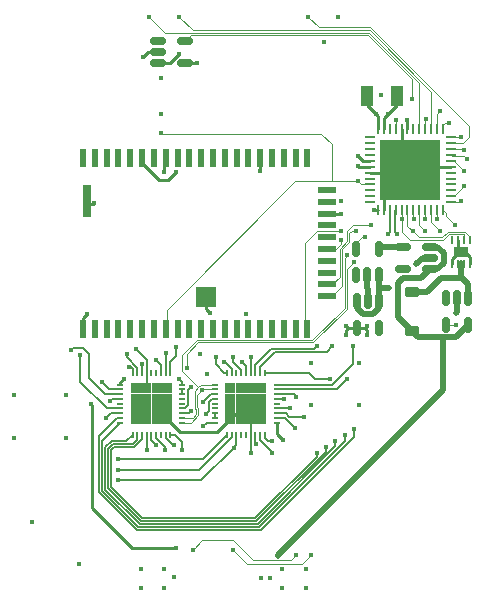
<source format=gbr>
%TF.GenerationSoftware,KiCad,Pcbnew,(7.0.0)*%
%TF.CreationDate,2023-05-27T11:20:30+01:00*%
%TF.ProjectId,left_main,6c656674-5f6d-4616-996e-2e6b69636164,rev?*%
%TF.SameCoordinates,Original*%
%TF.FileFunction,Copper,L4,Bot*%
%TF.FilePolarity,Positive*%
%FSLAX46Y46*%
G04 Gerber Fmt 4.6, Leading zero omitted, Abs format (unit mm)*
G04 Created by KiCad (PCBNEW (7.0.0)) date 2023-05-27 11:20:30*
%MOMM*%
%LPD*%
G01*
G04 APERTURE LIST*
G04 Aperture macros list*
%AMRoundRect*
0 Rectangle with rounded corners*
0 $1 Rounding radius*
0 $2 $3 $4 $5 $6 $7 $8 $9 X,Y pos of 4 corners*
0 Add a 4 corners polygon primitive as box body*
4,1,4,$2,$3,$4,$5,$6,$7,$8,$9,$2,$3,0*
0 Add four circle primitives for the rounded corners*
1,1,$1+$1,$2,$3*
1,1,$1+$1,$4,$5*
1,1,$1+$1,$6,$7*
1,1,$1+$1,$8,$9*
0 Add four rect primitives between the rounded corners*
20,1,$1+$1,$2,$3,$4,$5,0*
20,1,$1+$1,$4,$5,$6,$7,0*
20,1,$1+$1,$6,$7,$8,$9,0*
20,1,$1+$1,$8,$9,$2,$3,0*%
G04 Aperture macros list end*
%TA.AperFunction,SMDPad,CuDef*%
%ADD10R,0.600000X1.500000*%
%TD*%
%TA.AperFunction,SMDPad,CuDef*%
%ADD11R,1.500000X0.600000*%
%TD*%
%TA.AperFunction,SMDPad,CuDef*%
%ADD12R,0.760000X2.790000*%
%TD*%
%TA.AperFunction,SMDPad,CuDef*%
%ADD13R,1.780000X1.780000*%
%TD*%
%TA.AperFunction,SMDPad,CuDef*%
%ADD14O,0.650000X0.200000*%
%TD*%
%TA.AperFunction,SMDPad,CuDef*%
%ADD15O,0.200000X0.650000*%
%TD*%
%TA.AperFunction,SMDPad,CuDef*%
%ADD16R,0.875000X0.875000*%
%TD*%
%TA.AperFunction,SMDPad,CuDef*%
%ADD17R,1.000000X1.800000*%
%TD*%
%TA.AperFunction,SMDPad,CuDef*%
%ADD18RoundRect,0.062500X-0.062500X0.375000X-0.062500X-0.375000X0.062500X-0.375000X0.062500X0.375000X0*%
%TD*%
%TA.AperFunction,SMDPad,CuDef*%
%ADD19RoundRect,0.062500X-0.375000X0.062500X-0.375000X-0.062500X0.375000X-0.062500X0.375000X0.062500X0*%
%TD*%
%TA.AperFunction,SMDPad,CuDef*%
%ADD20R,5.100000X5.100000*%
%TD*%
%TA.AperFunction,SMDPad,CuDef*%
%ADD21RoundRect,0.225000X0.375000X-0.225000X0.375000X0.225000X-0.375000X0.225000X-0.375000X-0.225000X0*%
%TD*%
%TA.AperFunction,SMDPad,CuDef*%
%ADD22RoundRect,0.150000X-0.150000X0.512500X-0.150000X-0.512500X0.150000X-0.512500X0.150000X0.512500X0*%
%TD*%
%TA.AperFunction,SMDPad,CuDef*%
%ADD23RoundRect,0.150000X0.150000X-0.512500X0.150000X0.512500X-0.150000X0.512500X-0.150000X-0.512500X0*%
%TD*%
%TA.AperFunction,SMDPad,CuDef*%
%ADD24RoundRect,0.150000X-0.512500X-0.150000X0.512500X-0.150000X0.512500X0.150000X-0.512500X0.150000X0*%
%TD*%
%TA.AperFunction,SMDPad,CuDef*%
%ADD25R,0.254000X0.711200*%
%TD*%
%TA.AperFunction,SMDPad,CuDef*%
%ADD26R,1.295400X0.889000*%
%TD*%
%TA.AperFunction,SMDPad,CuDef*%
%ADD27RoundRect,0.150000X0.512500X0.150000X-0.512500X0.150000X-0.512500X-0.150000X0.512500X-0.150000X0*%
%TD*%
%TA.AperFunction,ViaPad*%
%ADD28C,0.450000*%
%TD*%
%TA.AperFunction,Conductor*%
%ADD29C,0.500000*%
%TD*%
%TA.AperFunction,Conductor*%
%ADD30C,0.250000*%
%TD*%
%TA.AperFunction,Conductor*%
%ADD31C,0.150000*%
%TD*%
%TA.AperFunction,Conductor*%
%ADD32C,0.100000*%
%TD*%
%TA.AperFunction,Conductor*%
%ADD33C,0.127000*%
%TD*%
%TA.AperFunction,Conductor*%
%ADD34C,0.200000*%
%TD*%
G04 APERTURE END LIST*
D10*
%TO.P,U1,1,DR1*%
%TO.N,/DR1*%
X56129999Y-41759999D03*
%TO.P,U1,2,RFS1*%
%TO.N,/RFS1*%
X57129999Y-41759999D03*
%TO.P,U1,3,SCLK1*%
%TO.N,/SCLK1*%
X58129999Y-41759999D03*
%TO.P,U1,4,DT1*%
%TO.N,/DT1*%
X59129999Y-41759999D03*
%TO.P,U1,5,MCLK1*%
%TO.N,/MCLK1*%
X60129999Y-41759999D03*
%TO.P,U1,6,AOHPR*%
%TO.N,/AOHPR*%
X61129999Y-41759999D03*
%TO.P,U1,7,AOHPM*%
%TO.N,/AOHPM*%
X62129999Y-41759999D03*
%TO.P,U1,8,AOHPL*%
%TO.N,/AOHPL*%
X63129999Y-41759999D03*
%TO.P,U1,9,MICN2*%
%TO.N,/MICN2*%
X64129999Y-41759999D03*
%TO.P,U1,10,MICP2*%
%TO.N,/MICP2*%
X65129999Y-41759999D03*
%TO.P,U1,11,AIR*%
%TO.N,/AIR*%
X66129999Y-41759999D03*
%TO.P,U1,12,AIL*%
%TO.N,/AIL*%
X67129999Y-41759999D03*
%TO.P,U1,13,MICN1*%
%TO.N,/MICN1*%
X68129999Y-41759999D03*
%TO.P,U1,14,MICP1*%
%TO.N,/MICP1*%
X69129999Y-41759999D03*
%TO.P,U1,15,MICBIAS*%
%TO.N,/MICBIAS*%
X70129999Y-41759999D03*
%TO.P,U1,16,GND*%
%TO.N,GND*%
X71129999Y-41759999D03*
%TO.P,U1,17,DMIC1_CLK*%
%TO.N,/DMIC1_CLK*%
X72129999Y-41759999D03*
%TO.P,U1,18,DMIC1_R*%
%TO.N,/DMIC1_R*%
X73129999Y-41759999D03*
%TO.P,U1,19,DMIC1_L*%
%TO.N,/DMIC1_L*%
X74129999Y-41759999D03*
%TO.P,U1,20,P3_2*%
%TO.N,/P3_2*%
X75129999Y-41759999D03*
D11*
%TO.P,U1,21,P2_6*%
%TO.N,/P2_6*%
X76779999Y-44509999D03*
%TO.P,U1,22,ADAP_IN*%
%TO.N,/ADAP_IN*%
X76779999Y-45509999D03*
%TO.P,U1,23,BAT_IN*%
%TO.N,+3V3*%
X76779999Y-46509999D03*
%TO.P,U1,24,SYS_PWR*%
%TO.N,/SYS_PWR*%
X76779999Y-47509999D03*
%TO.P,U1,25,VDD_IO*%
%TO.N,/VDD_IO*%
X76779999Y-48509999D03*
%TO.P,U1,26,PWR(MFB)*%
%TO.N,/D4*%
X76779999Y-49509999D03*
%TO.P,U1,27,SK1_AMB_DET*%
%TO.N,/SK1_AMB_DET*%
X76779999Y-50509999D03*
%TO.P,U1,28,SK2_KEY_AD*%
%TO.N,/SK2_KEY_AD*%
X76779999Y-51509999D03*
%TO.P,U1,29,P8_6/UART_RXD*%
%TO.N,/BM83_UART_RX*%
X76779999Y-52509999D03*
%TO.P,U1,30,P8_5/UART_TXD*%
%TO.N,/BM83_UART_TX*%
X76779999Y-53509999D03*
D10*
%TO.P,U1,31,P3_4/UART_RTS*%
%TO.N,/BM83_PROG_EN*%
X75129999Y-56259999D03*
%TO.P,U1,32,LED1*%
%TO.N,/LED1*%
X74129999Y-56259999D03*
%TO.P,U1,33,P0_2*%
%TO.N,/P0_2*%
X73129999Y-56259999D03*
%TO.P,U1,34,LED2*%
%TO.N,/LED2*%
X72129999Y-56259999D03*
%TO.P,U1,35,P0_6*%
%TO.N,/P0_6*%
X71129999Y-56259999D03*
%TO.P,U1,36,DM*%
%TO.N,/DN*%
X70129999Y-56259999D03*
%TO.P,U1,37,DP*%
%TO.N,/DP*%
X69129999Y-56259999D03*
%TO.P,U1,38,P0_3*%
%TO.N,/P0_3*%
X68129999Y-56259999D03*
%TO.P,U1,39,P2_7*%
%TO.N,/P2_7*%
X67129999Y-56259999D03*
%TO.P,U1,40,P0_5*%
%TO.N,/P0_5*%
X66129999Y-56259999D03*
%TO.P,U1,41,P1_6/PWM1*%
%TO.N,/P1_6*%
X65129999Y-56259999D03*
%TO.P,U1,42,P2_3*%
%TO.N,/P2_3*%
X64129999Y-56259999D03*
%TO.P,U1,43,RST_N*%
%TO.N,/~{RESET}*%
X63129999Y-56259999D03*
%TO.P,U1,44,P0_1*%
%TO.N,/P0_1*%
X62129999Y-56259999D03*
%TO.P,U1,45,P0_7*%
%TO.N,/P0_7*%
X61129999Y-56259999D03*
%TO.P,U1,46,P1_2/TDI_CPU/SDL*%
%TO.N,/P1_2*%
X60129999Y-56259999D03*
%TO.P,U1,47,P1_3/TCK_CPU/SDA*%
%TO.N,/P1_3*%
X59129999Y-56259999D03*
%TO.P,U1,48,P3_7/UART_CTS*%
%TO.N,/P3_7*%
X58129999Y-56259999D03*
%TO.P,U1,49,P0_0/UART_TX_IND*%
%TO.N,/P0_0*%
X57129999Y-56259999D03*
D12*
%TO.P,U1,50,GND*%
%TO.N,GND*%
X56449999Y-45469999D03*
D13*
X66559999Y-53529999D03*
D10*
X56129999Y-56259999D03*
%TD*%
D14*
%TO.P,IC1,1,AGND*%
%TO.N,GND*%
X67296427Y-64199999D03*
%TO.P,IC1,2,QLINL*%
%TO.N,Net-(IC1-LINL)*%
X67296427Y-63799999D03*
%TO.P,IC1,3,LINL*%
X67296427Y-63399999D03*
%TO.P,IC1,4,TRSDA*%
%TO.N,unconnected-(IC1-TRSDA-Pad4)*%
X67296427Y-62999999D03*
%TO.P,IC1,5,TRSCL*%
%TO.N,unconnected-(IC1-TRSCL-Pad5)*%
X67296427Y-62599999D03*
%TO.P,IC1,6,LINR*%
%TO.N,Net-(IC1-LINR)*%
X67296427Y-62199999D03*
%TO.P,IC1,7,QLINR*%
%TO.N,Net-(IC1-QLINR)*%
X67296427Y-61799999D03*
%TO.P,IC1,8,ANC/CSDA*%
%TO.N,/I2C_SDA*%
X67296427Y-61399999D03*
%TO.P,IC1,9,MODE/CSCL*%
%TO.N,/I2C_SCL*%
X67296427Y-60999999D03*
D15*
%TO.P,IC1,10,MICACL*%
%TO.N,Net-(IC1-MICACL)*%
X68321427Y-59974999D03*
%TO.P,IC1,11,MICL*%
%TO.N,Net-(IC1-MICL)*%
X68721427Y-59974999D03*
%TO.P,IC1,12,ILED*%
%TO.N,unconnected-(IC1-ILED-Pad12)*%
X69121427Y-59974999D03*
%TO.P,IC1,13,MICS*%
%TO.N,Net-(IC1-MICS)*%
X69521427Y-59974999D03*
%TO.P,IC1,14,MICR*%
%TO.N,Net-(IC1-MICR)*%
X69921427Y-59974999D03*
%TO.P,IC1,15,MICACR*%
%TO.N,Net-(IC1-MICACR)*%
X70321427Y-59974999D03*
%TO.P,IC1,16,QMICR*%
%TO.N,/FB_QMIC_R*%
X70721427Y-59974999D03*
%TO.P,IC1,17,IOP1R*%
%TO.N,/FB_IOP1_R*%
X71121427Y-59974999D03*
%TO.P,IC1,18,QOP1R*%
%TO.N,/FB_QOP1_R*%
X71521427Y-59974999D03*
D14*
%TO.P,IC1,19,IOP2R*%
%TO.N,/FB_IOP2_R*%
X72546427Y-60999999D03*
%TO.P,IC1,20,QOP2R*%
%TO.N,/FB_QOP2_R*%
X72546427Y-61399999D03*
%TO.P,IC1,21,BPL*%
%TO.N,GND*%
X72546427Y-61799999D03*
%TO.P,IC1,22,HPL*%
%TO.N,/HP_R_-*%
X72546427Y-62199999D03*
%TO.P,IC1,23,MIXL*%
%TO.N,unconnected-(IC1-MIXL-Pad23)*%
X72546427Y-62599999D03*
%TO.P,IC1,24,MIXR*%
%TO.N,/FF_QOP1_R*%
X72546427Y-62999999D03*
%TO.P,IC1,25,HPR*%
%TO.N,/HP_R_+*%
X72546427Y-63399999D03*
%TO.P,IC1,26,BPR*%
%TO.N,/audio_in_R*%
X72546427Y-63799999D03*
%TO.P,IC1,27,VBAT*%
%TO.N,+1V8*%
X72546427Y-64199999D03*
D15*
%TO.P,IC1,28,CPP*%
%TO.N,Net-(IC1-CPP)*%
X71521427Y-65224999D03*
%TO.P,IC1,29,GND*%
%TO.N,GND*%
X71121427Y-65224999D03*
%TO.P,IC1,30,CPN*%
%TO.N,Net-(IC1-CPN)*%
X70721427Y-65224999D03*
%TO.P,IC1,31,VNEG*%
%TO.N,/HP_driver_L/vneg*%
X70321427Y-65224999D03*
%TO.P,IC1,32,QOP2L*%
%TO.N,unconnected-(IC1-QOP2L-Pad32)*%
X69921427Y-65224999D03*
%TO.P,IC1,33,IOP2L*%
%TO.N,unconnected-(IC1-IOP2L-Pad33)*%
X69521427Y-65224999D03*
%TO.P,IC1,34,QOP1L*%
%TO.N,/FF_QOP1_R*%
X69121427Y-65224999D03*
%TO.P,IC1,35,IOP1L*%
%TO.N,/FF_IOP1_R*%
X68721427Y-65224999D03*
%TO.P,IC1,36,QMICL*%
%TO.N,/FF_QMIC_R*%
X68321427Y-65224999D03*
D16*
%TO.P,IC1,37,EP*%
%TO.N,/HP_driver_L/vneg*%
X68608927Y-61287499D03*
X68608927Y-62162499D03*
X68608927Y-63037499D03*
X68608927Y-63912499D03*
X69483927Y-61287499D03*
X69483927Y-62162499D03*
X69483927Y-63037499D03*
X69483927Y-63912499D03*
X70358927Y-61287499D03*
X70358927Y-62162499D03*
X70358927Y-63037499D03*
X70358927Y-63912499D03*
X71233927Y-61287499D03*
X71233927Y-62162499D03*
X71233927Y-63037499D03*
X71233927Y-63912499D03*
%TD*%
D17*
%TO.P,Y1,1,1*%
%TO.N,Net-(U2-PA00{slash}EINT0{slash}SERCOM1.0)*%
X80176499Y-36566499D03*
%TO.P,Y1,2,2*%
%TO.N,Net-(U2-PA01{slash}EINT1{slash}SERCOM1.1)*%
X82676499Y-36566499D03*
%TD*%
D18*
%TO.P,U2,1,PA00/EINT0/SERCOM1.0*%
%TO.N,Net-(U2-PA00{slash}EINT0{slash}SERCOM1.0)*%
X81098000Y-39353000D03*
%TO.P,U2,2,PA01/EINT1/SERCOM1.1*%
%TO.N,Net-(U2-PA01{slash}EINT1{slash}SERCOM1.1)*%
X81598000Y-39353000D03*
%TO.P,U2,3,PA02/EINT2/AIN0/Y0/VOUT*%
%TO.N,/A0*%
X82098000Y-39353000D03*
%TO.P,U2,4,PA03/EINT3/VREFA/AIN1*%
%TO.N,/AREF*%
X82598000Y-39353000D03*
%TO.P,U2,5,GNDA*%
%TO.N,GND*%
X83098000Y-39353000D03*
%TO.P,U2,6,VDDA*%
%TO.N,VDD*%
X83598000Y-39353000D03*
%TO.P,U2,7,PB08/I8/AIN2/SERCOM4.0*%
%TO.N,/A1*%
X84098000Y-39353000D03*
%TO.P,U2,8,PB09/I9/AIN3/SERCOM4.1*%
%TO.N,/A2*%
X84598000Y-39353000D03*
%TO.P,U2,9,PA04/EINT4/VREFB/AIN4/SERCOM0.0*%
%TO.N,/A3*%
X85098000Y-39353000D03*
%TO.P,U2,10,PA05/EINT5/AIN5/SERCOM0.1*%
%TO.N,/A4*%
X85598000Y-39353000D03*
%TO.P,U2,11,PA06/EINT6/AIN6/SERCOM0.2*%
%TO.N,/BM83_PROG_EN*%
X86098000Y-39353000D03*
%TO.P,U2,12,PA07/I7/AIN7/SERCOM0.3/I2SD0*%
%TO.N,/BAT_V_SENSE*%
X86598000Y-39353000D03*
D19*
%TO.P,U2,13,PA08/I2C/AIN16/SERCOM0+2.0/I2SD1*%
%TO.N,/D4*%
X87285500Y-40040500D03*
%TO.P,U2,14,PA09/I2C/I9/AIN17/SERCOM0+2.1/I2SMC*%
%TO.N,/D3*%
X87285500Y-40540500D03*
%TO.P,U2,15,PA10/I10/AIN18/SERCOM0+2.2/I2SCK*%
%TO.N,/BM83_UART_RX*%
X87285500Y-41040500D03*
%TO.P,U2,16,PA11/I11/AIN19/SERCOM0+2.3/I2SF0*%
%TO.N,/BM83_UART_TX*%
X87285500Y-41540500D03*
%TO.P,U2,17,VDDIO*%
%TO.N,VDD*%
X87285500Y-42040500D03*
%TO.P,U2,18,GND*%
%TO.N,GND*%
X87285500Y-42540500D03*
%TO.P,U2,19,PB10/I10/SERCOM4.2/I2SMC*%
%TO.N,/MOSI*%
X87285500Y-43040500D03*
%TO.P,U2,20,PB11/I11/SERCOM4.3/I2SCL*%
%TO.N,/SCLK*%
X87285500Y-43540500D03*
%TO.P,U2,21,PA12/I12/I2C/SERCOM2+4.0*%
%TO.N,/MISO*%
X87285500Y-44040500D03*
%TO.P,U2,22,PA13/I13/I2C/SERCOM2+4.1*%
%TO.N,unconnected-(U2-PA13{slash}I13{slash}I2C{slash}SERCOM2+4.1-Pad22)*%
X87285500Y-44540500D03*
%TO.P,U2,23,PA14/I14/SERCOM2+4.2*%
%TO.N,/D2*%
X87285500Y-45040500D03*
%TO.P,U2,24,PA15/I15/SERCOM3+4.3*%
%TO.N,/3V3_EN*%
X87285500Y-45540500D03*
D18*
%TO.P,U2,25,PA16/I2C/I0/SERCOM1+3.0*%
%TO.N,/D11*%
X86598000Y-46228000D03*
%TO.P,U2,26,PA17/I2C/I1/SERCOM1+3.1*%
%TO.N,/D13*%
X86098000Y-46228000D03*
%TO.P,U2,27,PA18/I2/SERCOM1+3.2*%
%TO.N,/D10*%
X85598000Y-46228000D03*
%TO.P,U2,28,PA19/I3/SERCOM1+3.3/I2SD0*%
%TO.N,/ANC_ON*%
X85098000Y-46228000D03*
%TO.P,U2,29,PA20/I4/SERCOM3+5.2/I2SSC*%
%TO.N,/ANC_OFF*%
X84598000Y-46228000D03*
%TO.P,U2,30,PA21/I5/SERCOM3+5.3/I2SFS0*%
%TO.N,/ANC_PBO*%
X84098000Y-46228000D03*
%TO.P,U2,31,PA22/I2C/I6/SERCOM3+5.0*%
%TO.N,/I2C_SDA*%
X83598000Y-46228000D03*
%TO.P,U2,32,PA23/I2C/I7/SERCOM3+5.1/SOF*%
%TO.N,/I2C_SCL*%
X83098000Y-46228000D03*
%TO.P,U2,33,PA24/I12/SERCOM3+5.2/D-*%
%TO.N,/USB_D-*%
X82598000Y-46228000D03*
%TO.P,U2,34,PA25/I13/SERCOM3+5.3/D+*%
%TO.N,/USB_D+*%
X82098000Y-46228000D03*
%TO.P,U2,35,GND*%
%TO.N,GND*%
X81598000Y-46228000D03*
%TO.P,U2,36,VDDIO*%
%TO.N,VDD*%
X81098000Y-46228000D03*
D19*
%TO.P,U2,37,PB22/I6/SERCOM5.2*%
%TO.N,unconnected-(U2-PB22{slash}I6{slash}SERCOM5.2-Pad37)*%
X80410500Y-45540500D03*
%TO.P,U2,38,PB23/I7/SERCOM5.3*%
%TO.N,unconnected-(U2-PB23{slash}I7{slash}SERCOM5.3-Pad38)*%
X80410500Y-45040500D03*
%TO.P,U2,39,PA27/I15*%
%TO.N,unconnected-(U2-PA27{slash}I15-Pad39)*%
X80410500Y-44540500D03*
%TO.P,U2,40,/RESET*%
%TO.N,/~{RESET}*%
X80410500Y-44040500D03*
%TO.P,U2,41,PA28/I8*%
%TO.N,unconnected-(U2-PA28{slash}I8-Pad41)*%
X80410500Y-43540500D03*
%TO.P,U2,42,GND*%
%TO.N,GND*%
X80410500Y-43040500D03*
%TO.P,U2,43,VDDCORE*%
%TO.N,Net-(U2-VDDCORE)*%
X80410500Y-42540500D03*
%TO.P,U2,44,VDDIN*%
%TO.N,VDD*%
X80410500Y-42040500D03*
%TO.P,U2,45,PA30/I10/SECOM1.2/SWCLK*%
%TO.N,/SWCLK*%
X80410500Y-41540500D03*
%TO.P,U2,46,PA31/I11/SECOM1.3/SWDIO*%
%TO.N,/SWDIO*%
X80410500Y-41040500D03*
%TO.P,U2,47,PB02/I2/AIN10/SERCOM5.0*%
%TO.N,/A5*%
X80410500Y-40540500D03*
%TO.P,U2,48,PB03/I3/AIN11/SERCOM5.1*%
%TO.N,unconnected-(U2-PB03{slash}I3{slash}AIN11{slash}SERCOM5.1-Pad48)*%
X80410500Y-40040500D03*
D20*
%TO.P,U2,49,GND*%
%TO.N,GND*%
X83847999Y-42790499D03*
%TD*%
D21*
%TO.P,D2,1,C*%
%TO.N,VBUS*%
X84000000Y-56450000D03*
%TO.P,D2,2,A*%
%TO.N,+BATT*%
X84000000Y-53150000D03*
%TD*%
D22*
%TO.P,U6,1,VIN*%
%TO.N,+3V3*%
X79300000Y-53925000D03*
%TO.P,U6,2,GND*%
%TO.N,GND*%
X80250000Y-53925000D03*
%TO.P,U6,3,EN*%
%TO.N,+3V3*%
X81200000Y-53925000D03*
%TO.P,U6,4,NC*%
%TO.N,unconnected-(U6-NC-Pad4)*%
X81200000Y-56200000D03*
%TO.P,U6,5,VOUT*%
%TO.N,+1V8*%
X79300000Y-56200000D03*
%TD*%
D23*
%TO.P,U7,1,OUT*%
%TO.N,+3V3*%
X81150000Y-51737500D03*
%TO.P,U7,2,GND*%
%TO.N,GND*%
X80200000Y-51737500D03*
%TO.P,U7,3,~{FLG}*%
%TO.N,unconnected-(U7-~{FLG}-Pad3)*%
X79250000Y-51737500D03*
%TO.P,U7,4,EN*%
%TO.N,/3V3_EN*%
X79250000Y-49462500D03*
%TO.P,U7,5,IN*%
%TO.N,VDD*%
X81150000Y-49462500D03*
%TD*%
D22*
%TO.P,U3,1,STAT*%
%TO.N,unconnected-(U3-STAT-Pad1)*%
X86850000Y-53627500D03*
%TO.P,U3,2,VSS*%
%TO.N,GND*%
X87800000Y-53627500D03*
%TO.P,U3,3,VBAT*%
%TO.N,+BATT*%
X88750000Y-53627500D03*
%TO.P,U3,4,VDD*%
%TO.N,VBUS*%
X88750000Y-55902500D03*
%TO.P,U3,5,PROG*%
%TO.N,Net-(U3-PROG)*%
X86850000Y-55902500D03*
%TD*%
D24*
%TO.P,U8,1,OUT*%
%TO.N,Net-(U8-OUT)*%
X62495000Y-33782000D03*
%TO.P,U8,2,GND*%
%TO.N,GND*%
X62495000Y-32832000D03*
%TO.P,U8,3,~{FLG}*%
%TO.N,unconnected-(U8-~{FLG}-Pad3)*%
X62495000Y-31882000D03*
%TO.P,U8,4,EN*%
%TO.N,/A3*%
X64770000Y-31882000D03*
%TO.P,U8,5,IN*%
%TO.N,+3V3*%
X64770000Y-33782000D03*
%TD*%
D25*
%TO.P,U5,1,CTG*%
%TO.N,GND*%
X88876001Y-50774599D03*
%TO.P,U5,2,CELL*%
%TO.N,+BATT*%
X88376000Y-50774599D03*
%TO.P,U5,3,VDD*%
X87876000Y-50774599D03*
%TO.P,U5,4,GND*%
%TO.N,GND*%
X87375999Y-50774599D03*
%TO.P,U5,5,\u002AALRT*%
%TO.N,unconnected-(U5-\u002AALRT-Pad5)*%
X87375999Y-48767999D03*
%TO.P,U5,6,QSTRT*%
%TO.N,GND*%
X87876000Y-48767999D03*
%TO.P,U5,7,SCL*%
%TO.N,/I2C_SCL*%
X88376000Y-48767999D03*
%TO.P,U5,8,SDA*%
%TO.N,/I2C_SDA*%
X88876001Y-48767999D03*
D26*
%TO.P,U5,9,EPAD*%
%TO.N,GND*%
X88126000Y-49771299D03*
%TD*%
D14*
%TO.P,IC2,1,AGND*%
%TO.N,GND*%
X64549999Y-60999999D03*
%TO.P,IC2,2,QLINL*%
%TO.N,Net-(IC2-LINL)*%
X64549999Y-61399999D03*
%TO.P,IC2,3,LINL*%
X64549999Y-61799999D03*
%TO.P,IC2,4,TRSDA*%
%TO.N,unconnected-(IC2-TRSDA-Pad4)*%
X64549999Y-62199999D03*
%TO.P,IC2,5,TRSCL*%
%TO.N,unconnected-(IC2-TRSCL-Pad5)*%
X64549999Y-62599999D03*
%TO.P,IC2,6,LINR*%
%TO.N,Net-(IC2-LINR)*%
X64549999Y-62999999D03*
%TO.P,IC2,7,QLINR*%
%TO.N,Net-(IC2-QLINR)*%
X64549999Y-63399999D03*
%TO.P,IC2,8,ANC/CSDA*%
%TO.N,/I2C_SCL*%
X64549999Y-63799999D03*
%TO.P,IC2,9,MODE/CSCL*%
%TO.N,/I2C_SDA*%
X64549999Y-64199999D03*
D15*
%TO.P,IC2,10,MICACL*%
%TO.N,Net-(IC2-MICACL)*%
X63524999Y-65224999D03*
%TO.P,IC2,11,MICL*%
%TO.N,Net-(IC2-MICL)*%
X63124999Y-65224999D03*
%TO.P,IC2,12,ILED*%
%TO.N,unconnected-(IC2-ILED-Pad12)*%
X62724999Y-65224999D03*
%TO.P,IC2,13,MICS*%
%TO.N,Net-(IC2-MICS)*%
X62324999Y-65224999D03*
%TO.P,IC2,14,MICR*%
%TO.N,Net-(IC2-MICR)*%
X61924999Y-65224999D03*
%TO.P,IC2,15,MICACR*%
%TO.N,Net-(IC2-MICACR)*%
X61524999Y-65224999D03*
%TO.P,IC2,16,QMICR*%
%TO.N,/FB_QMIC_L*%
X61124999Y-65224999D03*
%TO.P,IC2,17,IOP1R*%
%TO.N,/FB_IOP1_L*%
X60724999Y-65224999D03*
%TO.P,IC2,18,QOP1R*%
%TO.N,/FB_QOP1_L*%
X60324999Y-65224999D03*
D14*
%TO.P,IC2,19,IOP2R*%
%TO.N,/FB_IOP2_L*%
X59299999Y-64199999D03*
%TO.P,IC2,20,QOP2R*%
%TO.N,/FB_QOP2_L*%
X59299999Y-63799999D03*
%TO.P,IC2,21,BPL*%
%TO.N,GND*%
X59299999Y-63399999D03*
%TO.P,IC2,22,HPL*%
%TO.N,/HP_L_-*%
X59299999Y-62999999D03*
%TO.P,IC2,23,MIXL*%
%TO.N,unconnected-(IC2-MIXL-Pad23)*%
X59299999Y-62599999D03*
%TO.P,IC2,24,MIXR*%
%TO.N,/FF_QOP1_L*%
X59299999Y-62199999D03*
%TO.P,IC2,25,HPR*%
%TO.N,/HP_L_+*%
X59299999Y-61799999D03*
%TO.P,IC2,26,BPR*%
%TO.N,/audio_in_L*%
X59299999Y-61399999D03*
%TO.P,IC2,27,VBAT*%
%TO.N,+1V8*%
X59299999Y-60999999D03*
D15*
%TO.P,IC2,28,CPP*%
%TO.N,Net-(IC2-CPP)*%
X60324999Y-59974999D03*
%TO.P,IC2,29,GND*%
%TO.N,GND*%
X60724999Y-59974999D03*
%TO.P,IC2,30,CPN*%
%TO.N,Net-(IC2-CPN)*%
X61124999Y-59974999D03*
%TO.P,IC2,31,VNEG*%
%TO.N,/HP_driver_L/vneg*%
X61524999Y-59974999D03*
%TO.P,IC2,32,QOP2L*%
%TO.N,unconnected-(IC2-QOP2L-Pad32)*%
X61924999Y-59974999D03*
%TO.P,IC2,33,IOP2L*%
%TO.N,unconnected-(IC2-IOP2L-Pad33)*%
X62324999Y-59974999D03*
%TO.P,IC2,34,QOP1L*%
%TO.N,/FF_QOP1_L*%
X62724999Y-59974999D03*
%TO.P,IC2,35,IOP1L*%
%TO.N,/FF_IOP1_L*%
X63124999Y-59974999D03*
%TO.P,IC2,36,QMICL*%
%TO.N,/FF_QMIC_L*%
X63524999Y-59974999D03*
D16*
%TO.P,IC2,37,EP*%
%TO.N,/HP_driver_L/vneg*%
X63237499Y-63912499D03*
X63237499Y-63037499D03*
X63237499Y-62162499D03*
X63237499Y-61287499D03*
X62362499Y-63912499D03*
X62362499Y-63037499D03*
X62362499Y-62162499D03*
X62362499Y-61287499D03*
X61487499Y-63912499D03*
X61487499Y-63037499D03*
X61487499Y-62162499D03*
X61487499Y-61287499D03*
X60612499Y-63912499D03*
X60612499Y-63037499D03*
X60612499Y-62162499D03*
X60612499Y-61287499D03*
%TD*%
D27*
%TO.P,U4,1,IN*%
%TO.N,VBUS*%
X85537500Y-49300000D03*
%TO.P,U4,2,GND*%
%TO.N,GND*%
X85537500Y-50250000D03*
%TO.P,U4,3,EN*%
%TO.N,VBUS*%
X85537500Y-51200000D03*
%TO.P,U4,4,P4*%
%TO.N,unconnected-(U4-P4-Pad4)*%
X83262500Y-51200000D03*
%TO.P,U4,5,OUT*%
%TO.N,VDD*%
X83262500Y-49300000D03*
%TD*%
D28*
%TO.N,+3V3*%
X82000000Y-52800000D03*
X72000000Y-77400000D03*
X78000000Y-46535000D03*
X81200000Y-52800000D03*
X76500000Y-32000000D03*
X65786000Y-33782000D03*
%TO.N,GND*%
X85563914Y-41079448D03*
X75400000Y-62750000D03*
X85547496Y-44527343D03*
X78000000Y-45400000D03*
X57100000Y-45600000D03*
X66862944Y-54912444D03*
X79500000Y-62750000D03*
X75400000Y-59150000D03*
X88126001Y-49771300D03*
X81367000Y-36507000D03*
X63000000Y-76600000D03*
X74200000Y-62000000D03*
X50300000Y-61900000D03*
X80200000Y-52800000D03*
X59815500Y-58420000D03*
X66294000Y-64516000D03*
X71200000Y-77400000D03*
X77705627Y-29840795D03*
X69900000Y-55000000D03*
X79500000Y-59150000D03*
X63000000Y-78200000D03*
X73000000Y-76600000D03*
X87750000Y-54902500D03*
X66000000Y-58400000D03*
X84328000Y-50800000D03*
X55800000Y-76200000D03*
X85630500Y-42740500D03*
X63800000Y-77300000D03*
X81930926Y-42490500D03*
X54700000Y-61900000D03*
X61000000Y-76600000D03*
X51850000Y-72650000D03*
X61000000Y-78200000D03*
X64262000Y-60500000D03*
X82124228Y-41046611D03*
X50300000Y-65500000D03*
X75000000Y-78200000D03*
X82132438Y-44527343D03*
X61214000Y-33274000D03*
X58100000Y-63800000D03*
X71100000Y-42900000D03*
X54700000Y-65500000D03*
X73000000Y-78200000D03*
X75000000Y-76600000D03*
X62738000Y-38100000D03*
X66657894Y-60100000D03*
X62738000Y-35052000D03*
X72129131Y-66802000D03*
X56500000Y-55000000D03*
%TO.N,Net-(U2-VDDCORE)*%
X79380500Y-42490500D03*
%TO.N,Net-(U2-PA00{slash}EINT0{slash}SERCOM1.0)*%
X80918500Y-38090500D03*
%TO.N,Net-(U2-PA01{slash}EINT1{slash}SERCOM1.1)*%
X81934500Y-38090500D03*
%TO.N,+BATT*%
X88250000Y-52000000D03*
%TO.N,VBUS*%
X72675900Y-75469900D03*
X83400000Y-52000000D03*
%TO.N,VDD*%
X82100000Y-49300000D03*
X79380500Y-41615500D03*
X83598000Y-38590500D03*
X88392000Y-42926000D03*
X80730500Y-46190500D03*
%TO.N,Net-(IC1-MICL)*%
X68100000Y-59100000D03*
%TO.N,Net-(IC1-MICR)*%
X69600000Y-59100000D03*
%TO.N,Net-(IC1-MICS)*%
X68850000Y-58674000D03*
%TO.N,Net-(IC1-MICACL)*%
X67355000Y-58674000D03*
%TO.N,Net-(IC1-MICACR)*%
X70358000Y-58674000D03*
%TO.N,/AOHPR*%
X64000000Y-43000000D03*
%TO.N,+1V8*%
X80200000Y-56800000D03*
X78400000Y-56800000D03*
X73025000Y-65659000D03*
X78400000Y-56000000D03*
X59600000Y-60500000D03*
X80200000Y-56000000D03*
%TO.N,/HP_driver_L/vneg*%
X60600000Y-58000000D03*
X70358000Y-66802000D03*
%TO.N,Net-(IC1-CPN)*%
X70806050Y-66000000D03*
%TO.N,Net-(IC1-CPP)*%
X72136000Y-65786000D03*
%TO.N,/FB_QMIC_R*%
X75900000Y-57750000D03*
%TO.N,/FB_IOP1_R*%
X77250000Y-57750000D03*
%TO.N,/FB_QOP1_R*%
X77000000Y-60500000D03*
%TO.N,/FB_IOP2_R*%
X79000000Y-57750000D03*
%TO.N,/FB_QOP2_R*%
X78500000Y-60500000D03*
%TO.N,/FF_QOP1_R*%
X68877500Y-66377500D03*
X59100000Y-69100000D03*
X73660000Y-62992000D03*
%TO.N,/FF_IOP1_R*%
X59100000Y-68200000D03*
%TO.N,/FF_QMIC_R*%
X59100000Y-67300000D03*
%TO.N,/FB_QMIC_L*%
X75900000Y-66750000D03*
%TO.N,/FB_IOP1_L*%
X76700000Y-66250000D03*
%TO.N,/FB_QOP1_L*%
X77500000Y-65750000D03*
%TO.N,/FB_IOP2_L*%
X78300000Y-65250000D03*
%TO.N,/AOHPL*%
X63000000Y-43000000D03*
%TO.N,Net-(IC2-MICL)*%
X63802500Y-66082500D03*
%TO.N,Net-(IC2-MICACL)*%
X64546428Y-66548000D03*
%TO.N,Net-(IC2-MICS)*%
X63052500Y-66548000D03*
%TO.N,Net-(IC2-MICACR)*%
X61550000Y-66548000D03*
%TO.N,Net-(IC2-CPN)*%
X61098041Y-59212687D03*
%TO.N,Net-(IC2-CPP)*%
X59996884Y-59517929D03*
%TO.N,Net-(IC2-MICR)*%
X62302500Y-66082500D03*
%TO.N,/FB_QOP2_L*%
X79100000Y-64750000D03*
%TO.N,/FF_QOP1_L*%
X58420000Y-62386405D03*
X62300000Y-58900000D03*
%TO.N,/FF_IOP1_L*%
X63125000Y-58300000D03*
%TO.N,/FF_QMIC_L*%
X64000000Y-57800000D03*
%TO.N,/AREF*%
X82630500Y-38590500D03*
%TO.N,Net-(U8-OUT)*%
X64262000Y-33020000D03*
%TO.N,Net-(IC1-LINR)*%
X66548000Y-63500000D03*
%TO.N,Net-(IC1-QLINR)*%
X66294000Y-62500000D03*
%TO.N,/I2C_SDA*%
X66228000Y-61468000D03*
X84063188Y-48006000D03*
X64900000Y-59600000D03*
X79100000Y-50600000D03*
%TO.N,/I2C_SCL*%
X78486000Y-50038000D03*
X83130500Y-46990500D03*
%TO.N,/HP_R_-*%
X73152000Y-62230000D03*
%TO.N,/HP_R_+*%
X74800000Y-63700000D03*
%TO.N,/audio_in_R*%
X74100000Y-64700000D03*
%TO.N,Net-(IC2-LINR)*%
X65278000Y-61214000D03*
%TO.N,Net-(IC2-QLINR)*%
X65278000Y-63246000D03*
%TO.N,/HP_L_-*%
X55900000Y-58500000D03*
%TO.N,/HP_L_+*%
X55118000Y-58054974D03*
%TO.N,/audio_in_L*%
X56800000Y-62600000D03*
X57700000Y-60800000D03*
X64000000Y-74800000D03*
%TO.N,/D2*%
X88392000Y-44196000D03*
X68834000Y-75021000D03*
X75438000Y-75438000D03*
%TO.N,/ANC_PBO*%
X84130500Y-46990500D03*
%TO.N,/ANC_OFF*%
X85090000Y-48006000D03*
%TO.N,/ANC_ON*%
X85090000Y-46990000D03*
%TO.N,/D10*%
X86360000Y-48006000D03*
%TO.N,/USB_D+*%
X81948000Y-48260000D03*
%TO.N,/USB_D-*%
X82748000Y-48260000D03*
%TO.N,/D11*%
X74168000Y-75438000D03*
X65400000Y-75000000D03*
X87630000Y-47498000D03*
%TO.N,/D3*%
X75205627Y-29840795D03*
%TO.N,/A4*%
X64262000Y-29840795D03*
%TO.N,/D13*%
X86106000Y-46990000D03*
%TO.N,/BAT_V_SENSE*%
X87108140Y-38852500D03*
%TO.N,Net-(U3-PROG)*%
X87750000Y-55902500D03*
%TO.N,/~{RESET}*%
X79380500Y-43740500D03*
X62738000Y-39700000D03*
%TO.N,/BM83_UART_RX*%
X80518000Y-47498000D03*
X88392000Y-41148000D03*
%TO.N,/BM83_UART_TX*%
X88646000Y-41910000D03*
X79248000Y-48006000D03*
%TO.N,/BM83_PROG_EN*%
X86360000Y-37846000D03*
X77978000Y-47960000D03*
%TO.N,/A2*%
X61722000Y-29840795D03*
%TO.N,/A3*%
X85130500Y-38490500D03*
X83966500Y-36820500D03*
%TO.N,/D4*%
X77978000Y-48768000D03*
X88138000Y-39990500D03*
%TO.N,/3V3_EN*%
X80010000Y-48514000D03*
X88138000Y-45466000D03*
%TD*%
D29*
%TO.N,+3V3*%
X79300000Y-53925000D02*
X79300000Y-54486028D01*
D30*
X77975000Y-46510000D02*
X77030000Y-46510000D01*
D29*
X81200000Y-54486028D02*
X81200000Y-53925000D01*
X80648528Y-55037500D02*
X81200000Y-54486028D01*
X79300000Y-54486028D02*
X79851472Y-55037500D01*
X82000000Y-52800000D02*
X81200000Y-52800000D01*
X79851472Y-55037500D02*
X80648528Y-55037500D01*
X81200000Y-52800000D02*
X81200000Y-53925000D01*
X81150000Y-52750000D02*
X81200000Y-52800000D01*
D30*
X78000000Y-46535000D02*
X77975000Y-46510000D01*
X64770000Y-33782000D02*
X65786000Y-33782000D01*
D29*
X81150000Y-51737500D02*
X81150000Y-52750000D01*
D30*
%TO.N,GND*%
X56130000Y-55370000D02*
X56500000Y-55000000D01*
D29*
X87800000Y-54852500D02*
X87750000Y-54902500D01*
D30*
X61656000Y-32832000D02*
X61214000Y-33274000D01*
X87922801Y-49771300D02*
X88126001Y-49771300D01*
X87376000Y-50318101D02*
X87922801Y-49771300D01*
X82291889Y-41046611D02*
X83098000Y-40240500D01*
X66560000Y-53780000D02*
X66560000Y-54609500D01*
X88876002Y-50142001D02*
X88505301Y-49771300D01*
D31*
X66294000Y-64516000D02*
X66610000Y-64200000D01*
D30*
X62495000Y-32832000D02*
X61656000Y-32832000D01*
X87876001Y-48768000D02*
X87876001Y-49521300D01*
D29*
X80200000Y-52800000D02*
X80200000Y-51737500D01*
X87800000Y-53627500D02*
X87800000Y-54852500D01*
X80250000Y-52850000D02*
X80200000Y-52800000D01*
D31*
X74200000Y-62000000D02*
X74000000Y-61800000D01*
X59815500Y-58420000D02*
X59815500Y-58665500D01*
D30*
X81598000Y-46228000D02*
X81598000Y-45061781D01*
X71130000Y-42870000D02*
X71100000Y-42900000D01*
D29*
X80250000Y-53925000D02*
X80250000Y-52850000D01*
D30*
X81598000Y-45061781D02*
X82132438Y-44527343D01*
D31*
X71121428Y-65643626D02*
X71121428Y-65225000D01*
X59815500Y-58665500D02*
X60725000Y-59575000D01*
D30*
X56130000Y-56510000D02*
X56130000Y-55370000D01*
D31*
X64262000Y-60500000D02*
X64550000Y-60788000D01*
D30*
X88876002Y-50774600D02*
X88876002Y-50142001D01*
X87376000Y-50318101D02*
X87376000Y-50774600D01*
X56980000Y-45720000D02*
X57100000Y-45600000D01*
D31*
X58100000Y-63800000D02*
X58500000Y-63400000D01*
X74000000Y-61800000D02*
X72546428Y-61800000D01*
D29*
X84328000Y-50800000D02*
X84878000Y-50250000D01*
D31*
X64550000Y-60788000D02*
X64550000Y-61000000D01*
D30*
X56450000Y-45720000D02*
X56980000Y-45720000D01*
D31*
X66610000Y-64200000D02*
X67296428Y-64200000D01*
D30*
X88505301Y-49771300D02*
X88126001Y-49771300D01*
D29*
X84878000Y-50250000D02*
X85537500Y-50250000D01*
D31*
X72129131Y-66651329D02*
X71121428Y-65643626D01*
D30*
X71130000Y-41510000D02*
X71130000Y-42870000D01*
X83098000Y-40240500D02*
X83098000Y-39353000D01*
X82124228Y-41046611D02*
X82291889Y-41046611D01*
X87876001Y-49521300D02*
X88126001Y-49771300D01*
D31*
X72129131Y-66802000D02*
X72129131Y-66651329D01*
X60725000Y-59575000D02*
X60725000Y-59975000D01*
D30*
X80410500Y-43040500D02*
X83598000Y-43040500D01*
X66560000Y-54609500D02*
X66862944Y-54912444D01*
D31*
X58500000Y-63400000D02*
X59300000Y-63400000D01*
D30*
X84098000Y-42540500D02*
X83848000Y-42790500D01*
X87285500Y-42540500D02*
X84098000Y-42540500D01*
X83598000Y-43040500D02*
X83848000Y-42790500D01*
%TO.N,Net-(U2-VDDCORE)*%
X79430500Y-42540500D02*
X80410500Y-42540500D01*
X79380500Y-42490500D02*
X79430500Y-42540500D01*
%TO.N,Net-(U2-PA00{slash}EINT0{slash}SERCOM1.0)*%
X80176500Y-37348500D02*
X80918500Y-38090500D01*
X81098000Y-38270000D02*
X80918500Y-38090500D01*
X81098000Y-39360500D02*
X81098000Y-38270000D01*
X80176500Y-36566500D02*
X80176500Y-37348500D01*
%TO.N,Net-(U2-PA01{slash}EINT1{slash}SERCOM1.1)*%
X82676500Y-37348500D02*
X81934500Y-38090500D01*
X81598000Y-38427000D02*
X81598000Y-39360500D01*
X81934500Y-38090500D02*
X81598000Y-38427000D01*
X82676500Y-36566500D02*
X82676500Y-37348500D01*
D29*
%TO.N,+BATT*%
X88750000Y-52500000D02*
X88250000Y-52000000D01*
X88750000Y-53627500D02*
X88750000Y-52500000D01*
X88250000Y-52000000D02*
X86400000Y-52000000D01*
X86400000Y-52000000D02*
X85250000Y-53150000D01*
X85250000Y-53150000D02*
X84000000Y-53150000D01*
X88118125Y-51868125D02*
X88118125Y-50665800D01*
X88250000Y-52000000D02*
X88118125Y-51868125D01*
%TO.N,VBUS*%
X86600000Y-61482000D02*
X86600000Y-56915000D01*
X86098528Y-51200000D02*
X86650000Y-50648528D01*
X86600000Y-56915000D02*
X84465000Y-56915000D01*
X72675900Y-75469900D02*
X72675900Y-75406100D01*
X82800000Y-52400000D02*
X82800000Y-55250000D01*
X82800000Y-55250000D02*
X84000000Y-56450000D01*
X84000000Y-56450000D02*
X84465000Y-56915000D01*
X87737500Y-56915000D02*
X88750000Y-55902500D01*
X86650000Y-50648528D02*
X86650000Y-49851472D01*
X83400000Y-52000000D02*
X83200000Y-52000000D01*
X83400000Y-52000000D02*
X84737500Y-52000000D01*
X83200000Y-52000000D02*
X82800000Y-52400000D01*
X84737500Y-52000000D02*
X85537500Y-51200000D01*
X86650000Y-49851472D02*
X86098528Y-49300000D01*
X72675900Y-75406100D02*
X86600000Y-61482000D01*
X85537500Y-51200000D02*
X86098528Y-51200000D01*
X86098528Y-49300000D02*
X85537500Y-49300000D01*
X84465000Y-56915000D02*
X87737500Y-56915000D01*
D30*
%TO.N,VDD*%
X80768000Y-46228000D02*
X80730500Y-46190500D01*
D29*
X81312500Y-49300000D02*
X81150000Y-49462500D01*
D32*
X88392000Y-42926000D02*
X88392000Y-42908980D01*
D30*
X79380500Y-41615500D02*
X79805500Y-42040500D01*
X83598000Y-38590500D02*
X83598000Y-39353000D01*
D29*
X82100000Y-49300000D02*
X83262500Y-49300000D01*
D32*
X88392000Y-42908980D02*
X87523520Y-42040500D01*
X87523520Y-42040500D02*
X87285500Y-42040500D01*
D29*
X82100000Y-49300000D02*
X81312500Y-49300000D01*
D30*
X81098000Y-46228000D02*
X80768000Y-46228000D01*
X79805500Y-42040500D02*
X80410500Y-42040500D01*
D33*
%TO.N,Net-(IC1-MICL)*%
X68194512Y-59100000D02*
X68100000Y-59100000D01*
D31*
X68721428Y-59975000D02*
X68721428Y-59636638D01*
X68721428Y-59636638D02*
X68184790Y-59100000D01*
X68184790Y-59100000D02*
X68100000Y-59100000D01*
%TO.N,Net-(IC1-MICR)*%
X69921428Y-59975000D02*
X69921428Y-59421428D01*
X69921428Y-59421428D02*
X69600000Y-59100000D01*
%TO.N,Net-(IC1-MICS)*%
X69521428Y-59750000D02*
X69521428Y-59975000D01*
X68850000Y-58674000D02*
X68850000Y-59078572D01*
X68850000Y-59078572D02*
X69521428Y-59750000D01*
D33*
%TO.N,Net-(IC1-MICACL)*%
X67355000Y-59244786D02*
X67355000Y-58674000D01*
X68321428Y-59975000D02*
X68085214Y-59975000D01*
X68085214Y-59975000D02*
X67355000Y-59244786D01*
D31*
%TO.N,Net-(IC1-MICACR)*%
X70321428Y-58710572D02*
X70321428Y-59975000D01*
X70358000Y-58674000D02*
X70321428Y-58710572D01*
D30*
%TO.N,/AOHPR*%
X61130000Y-42260000D02*
X61130000Y-41510000D01*
X63312000Y-43688000D02*
X62558000Y-43688000D01*
X62558000Y-43688000D02*
X61130000Y-42260000D01*
X64000000Y-43000000D02*
X63312000Y-43688000D01*
%TO.N,+1V8*%
X79300000Y-56200000D02*
X80000000Y-56200000D01*
X80200000Y-56800000D02*
X80200000Y-56400000D01*
X80000000Y-56200000D02*
X80200000Y-56000000D01*
X59600000Y-60500000D02*
X59300000Y-60800000D01*
X73025000Y-65659000D02*
X72546428Y-65180428D01*
X78400000Y-56400000D02*
X78600000Y-56200000D01*
X59300000Y-60800000D02*
X59300000Y-60975000D01*
X78400000Y-56800000D02*
X78400000Y-56400000D01*
X72546428Y-65180428D02*
X72546428Y-64225000D01*
X78600000Y-56200000D02*
X78400000Y-56000000D01*
X79300000Y-56200000D02*
X78600000Y-56200000D01*
X80200000Y-56400000D02*
X80000000Y-56200000D01*
%TO.N,/HP_driver_L/vneg*%
X64349000Y-65024000D02*
X67497428Y-65024000D01*
D31*
X70321428Y-65225000D02*
X70321428Y-63950000D01*
X70675000Y-63672500D02*
X70675000Y-62622500D01*
X70321428Y-66765428D02*
X70321428Y-65225000D01*
X61525000Y-59975000D02*
X61525000Y-61250000D01*
X60600000Y-58000000D02*
X61525000Y-58925000D01*
D30*
X67497428Y-65024000D02*
X68608928Y-63912500D01*
D31*
X70321428Y-63950000D02*
X70358928Y-63912500D01*
X61525000Y-59975000D02*
X61525000Y-58925000D01*
X70358000Y-66802000D02*
X70321428Y-66765428D01*
D30*
X63237500Y-63912500D02*
X64349000Y-65024000D01*
X68671428Y-63850000D02*
X69921428Y-62600000D01*
D31*
%TO.N,Net-(IC1-CPN)*%
X70806050Y-66000000D02*
X70721428Y-65915378D01*
X70721428Y-65915378D02*
X70721428Y-65225000D01*
%TO.N,Net-(IC1-CPP)*%
X72136000Y-65786000D02*
X71758776Y-65786000D01*
X71758776Y-65786000D02*
X71521428Y-65548652D01*
X71521428Y-65548652D02*
X71521428Y-65225000D01*
%TO.N,/FB_QMIC_R*%
X70721428Y-59975000D02*
X70721428Y-59326572D01*
X75650000Y-58000000D02*
X75900000Y-57750000D01*
X70721428Y-59326572D02*
X72048000Y-58000000D01*
X72048000Y-58000000D02*
X75650000Y-58000000D01*
%TO.N,/FB_IOP1_R*%
X72355777Y-58250000D02*
X71121428Y-59484349D01*
X77250000Y-57750000D02*
X76750000Y-58250000D01*
X76750000Y-58250000D02*
X72355777Y-58250000D01*
X71121428Y-59484349D02*
X71121428Y-59975000D01*
%TO.N,/FB_QOP1_R*%
X75800000Y-60500000D02*
X75275000Y-59975000D01*
X77000000Y-60500000D02*
X75800000Y-60500000D01*
X75275000Y-59975000D02*
X71521428Y-59975000D01*
%TO.N,/FB_IOP2_R*%
X79000000Y-59250000D02*
X77250000Y-61000000D01*
X79000000Y-57750000D02*
X79000000Y-59250000D01*
X77250000Y-61000000D02*
X72546428Y-61000000D01*
%TO.N,/FB_QOP2_R*%
X77600000Y-61400000D02*
X72546428Y-61400000D01*
X78500000Y-60500000D02*
X77600000Y-61400000D01*
%TO.N,/FF_QOP1_R*%
X73660000Y-62992000D02*
X73652000Y-63000000D01*
X68877500Y-66377500D02*
X69121428Y-66133572D01*
X59100000Y-69100000D02*
X66155000Y-69100000D01*
X73652000Y-63000000D02*
X72546428Y-63000000D01*
X66155000Y-69100000D02*
X68877500Y-66377500D01*
X69121428Y-66133572D02*
X69121428Y-65225000D01*
%TO.N,/FF_IOP1_R*%
X65960337Y-68200000D02*
X68721428Y-65438909D01*
X68721428Y-65438909D02*
X68721428Y-65225000D01*
X59100000Y-68200000D02*
X65960337Y-68200000D01*
%TO.N,/FF_QMIC_R*%
X66246428Y-67300000D02*
X68321428Y-65225000D01*
X59100000Y-67300000D02*
X66246428Y-67300000D01*
%TO.N,/FB_QMIC_L*%
X58757108Y-66250000D02*
X60481955Y-66250000D01*
X75900000Y-67100000D02*
X70700000Y-72300000D01*
X58500000Y-66507108D02*
X58757108Y-66250000D01*
X70700000Y-72300000D02*
X61125706Y-72300000D01*
X61125706Y-72300000D02*
X58500000Y-69674294D01*
X58500000Y-69674294D02*
X58500000Y-66507108D01*
X60481955Y-66250000D02*
X61125000Y-65606955D01*
X61125000Y-65606955D02*
X61125000Y-65225000D01*
X75900000Y-66750000D02*
X75900000Y-67100000D01*
%TO.N,/FB_IOP1_L*%
X60725000Y-65653401D02*
X60725000Y-65225000D01*
X60378401Y-66000000D02*
X60725000Y-65653401D01*
X70803347Y-72549501D02*
X61021653Y-72549501D01*
X76700000Y-66652848D02*
X70803347Y-72549501D01*
X76700000Y-66250000D02*
X76700000Y-66652848D01*
X58653554Y-66000000D02*
X60378401Y-66000000D01*
X61021653Y-72549501D02*
X58250000Y-69777848D01*
X58250000Y-69777848D02*
X58250000Y-66403554D01*
X58250000Y-66403554D02*
X58653554Y-66000000D01*
%TO.N,/FB_QOP1_L*%
X77500000Y-65750000D02*
X77500000Y-66205696D01*
X58550000Y-65750000D02*
X59800000Y-65750000D01*
X60918306Y-72799002D02*
X58000000Y-69880696D01*
X58000000Y-66300000D02*
X58550000Y-65750000D01*
X77500000Y-66205696D02*
X70906694Y-72799002D01*
X70906694Y-72799002D02*
X60918306Y-72799002D01*
X58000000Y-69880696D02*
X58000000Y-66300000D01*
X59800000Y-65750000D02*
X60325000Y-65225000D01*
%TO.N,/FB_IOP2_L*%
X71010041Y-73048503D02*
X60814959Y-73048503D01*
X78300000Y-65758544D02*
X71010041Y-73048503D01*
X57750000Y-69983544D02*
X57750000Y-65750000D01*
X60814959Y-73048503D02*
X57750000Y-69983544D01*
X57750000Y-65750000D02*
X59300000Y-64200000D01*
X78300000Y-65250000D02*
X78300000Y-65758544D01*
D30*
%TO.N,/AOHPL*%
X63000000Y-43000000D02*
X63000000Y-41640000D01*
D31*
%TO.N,Net-(IC2-MICL)*%
X63707500Y-66082500D02*
X63802500Y-66082500D01*
X63125000Y-65500000D02*
X63707500Y-66082500D01*
X63125000Y-65225000D02*
X63125000Y-65500000D01*
%TO.N,Net-(IC2-MICACL)*%
X63955000Y-65225000D02*
X63525000Y-65225000D01*
X64546428Y-65816428D02*
X63955000Y-65225000D01*
X64546428Y-66548000D02*
X64546428Y-65816428D01*
%TO.N,Net-(IC2-MICS)*%
X63052500Y-66548000D02*
X63052500Y-66227500D01*
X63052500Y-66227500D02*
X62325000Y-65500000D01*
X62325000Y-65500000D02*
X62325000Y-65225000D01*
%TO.N,Net-(IC2-MICACR)*%
X61525000Y-66523000D02*
X61525000Y-65225000D01*
X61550000Y-66548000D02*
X61525000Y-66523000D01*
%TO.N,Net-(IC2-CPN)*%
X61098041Y-59212687D02*
X61125000Y-59239646D01*
X61125000Y-59239646D02*
X61125000Y-59975000D01*
%TO.N,Net-(IC2-CPP)*%
X60172955Y-59517929D02*
X60325000Y-59669974D01*
X60325000Y-59669974D02*
X60325000Y-59975000D01*
X59996884Y-59517929D02*
X60172955Y-59517929D01*
%TO.N,Net-(IC2-MICR)*%
X61925000Y-65225000D02*
X61925000Y-65705000D01*
X61925000Y-65705000D02*
X62302500Y-66082500D01*
%TO.N,/FB_QOP2_L*%
X59000000Y-63800000D02*
X59300000Y-63800000D01*
X71201996Y-73298004D02*
X60711612Y-73298004D01*
X57500000Y-65300000D02*
X59000000Y-63800000D01*
X57500000Y-70086392D02*
X57500000Y-65300000D01*
X79100000Y-65400000D02*
X71201996Y-73298004D01*
X60711612Y-73298004D02*
X57500000Y-70086392D01*
X79100000Y-64750000D02*
X79100000Y-65400000D01*
%TO.N,/FF_QOP1_L*%
X58606405Y-62200000D02*
X59300000Y-62200000D01*
X58420000Y-62386405D02*
X58606405Y-62200000D01*
X62300000Y-58900000D02*
X62725000Y-59325000D01*
X62725000Y-59325000D02*
X62725000Y-59975000D01*
%TO.N,/FF_IOP1_L*%
X63125000Y-58300000D02*
X63125000Y-59975000D01*
%TO.N,/FF_QMIC_L*%
X64000000Y-58600000D02*
X63525000Y-59075000D01*
X64000000Y-57800000D02*
X64000000Y-58600000D01*
X63525000Y-59075000D02*
X63525000Y-59975000D01*
D32*
%TO.N,/AREF*%
X82598000Y-38623000D02*
X82598000Y-39353000D01*
X82630500Y-38590500D02*
X82598000Y-38623000D01*
D30*
%TO.N,Net-(U8-OUT)*%
X63500000Y-33782000D02*
X64262000Y-33020000D01*
X62495000Y-33782000D02*
X63500000Y-33782000D01*
D33*
%TO.N,Net-(IC1-LINL)*%
X67296428Y-63800000D02*
X67296428Y-63400000D01*
D31*
%TO.N,Net-(IC1-LINR)*%
X66796428Y-62486091D02*
X67082519Y-62200000D01*
X67082519Y-62200000D02*
X67296428Y-62200000D01*
X66548000Y-63500000D02*
X66796428Y-63251572D01*
X66796428Y-63251572D02*
X66796428Y-62486091D01*
%TO.N,Net-(IC1-QLINR)*%
X66994000Y-61800000D02*
X67296428Y-61800000D01*
X66294000Y-62500000D02*
X66994000Y-61800000D01*
D32*
%TO.N,/I2C_SDA*%
X65900000Y-63582842D02*
X65900000Y-63000000D01*
X65800000Y-61896000D02*
X66228000Y-61468000D01*
X65900000Y-63000000D02*
X65800000Y-62900000D01*
X88876002Y-48502558D02*
X88876002Y-48768000D01*
X65282842Y-64200000D02*
X65900000Y-63582842D01*
X84571188Y-48514000D02*
X86564558Y-48514000D01*
X64550000Y-64200000D02*
X65282842Y-64200000D01*
X78480000Y-51220000D02*
X79100000Y-50600000D01*
X64900000Y-59600000D02*
X64900000Y-58400000D01*
X64900000Y-58400000D02*
X65900000Y-57400000D01*
X83598000Y-47540812D02*
X83598000Y-46228000D01*
X65900000Y-57400000D02*
X75622842Y-57400000D01*
X66296000Y-61400000D02*
X67296428Y-61400000D01*
X78480000Y-54542842D02*
X78480000Y-51220000D01*
X87016158Y-48062400D02*
X88435844Y-48062400D01*
X75622842Y-57400000D02*
X78480000Y-54542842D01*
X84063188Y-48006000D02*
X84571188Y-48514000D01*
X86564558Y-48514000D02*
X87016158Y-48062400D01*
X65800000Y-62900000D02*
X65800000Y-61896000D01*
X66228000Y-61468000D02*
X66296000Y-61400000D01*
X84063188Y-48006000D02*
X83598000Y-47540812D01*
X88435844Y-48062400D02*
X88876002Y-48502558D01*
%TO.N,/I2C_SCL*%
X88376001Y-48285400D02*
X88353001Y-48262400D01*
X64500000Y-59800000D02*
X65900000Y-61200000D01*
X65400000Y-63800000D02*
X65700000Y-63500000D01*
X87099000Y-48262400D02*
X86593400Y-48768000D01*
X86593400Y-48768000D02*
X83820000Y-48768000D01*
X78280000Y-54460000D02*
X75540000Y-57200000D01*
X83098000Y-46228000D02*
X83098000Y-46958000D01*
X65700000Y-63500000D02*
X65700000Y-63100000D01*
X78280000Y-50244000D02*
X78280000Y-54460000D01*
X65600000Y-61500000D02*
X65900000Y-61200000D01*
X64550000Y-63800000D02*
X65400000Y-63800000D01*
X64500000Y-58500000D02*
X64500000Y-59800000D01*
X65700000Y-63100000D02*
X65600000Y-63000000D01*
X83130500Y-48078500D02*
X83130500Y-46990500D01*
X66100000Y-61000000D02*
X67296428Y-61000000D01*
X65900000Y-61200000D02*
X66100000Y-61000000D01*
X88376001Y-48768000D02*
X88376001Y-48285400D01*
X65800000Y-57200000D02*
X64500000Y-58500000D01*
X88353001Y-48262400D02*
X87099000Y-48262400D01*
X78486000Y-50038000D02*
X78280000Y-50244000D01*
X65600000Y-63000000D02*
X65600000Y-61500000D01*
X83820000Y-48768000D02*
X83130500Y-48078500D01*
X75540000Y-57200000D02*
X65800000Y-57200000D01*
X83098000Y-46958000D02*
X83130500Y-46990500D01*
D31*
%TO.N,/HP_R_-*%
X73122000Y-62200000D02*
X72546428Y-62200000D01*
X73152000Y-62230000D02*
X73122000Y-62200000D01*
%TO.N,/HP_R_+*%
X73606000Y-63700000D02*
X73306000Y-63400000D01*
X73306000Y-63400000D02*
X72546428Y-63400000D01*
X74800000Y-63700000D02*
X73606000Y-63700000D01*
%TO.N,/audio_in_R*%
X73200000Y-63800000D02*
X72546428Y-63800000D01*
X74100000Y-64700000D02*
X73200000Y-63800000D01*
D33*
%TO.N,Net-(IC2-LINL)*%
X64550000Y-61400000D02*
X64550000Y-61800000D01*
D31*
%TO.N,Net-(IC2-LINR)*%
X65278000Y-61214000D02*
X65050000Y-61442000D01*
X64763909Y-63000000D02*
X64550000Y-63000000D01*
X65050000Y-61442000D02*
X65050000Y-62713909D01*
X65050000Y-62713909D02*
X64763909Y-63000000D01*
%TO.N,Net-(IC2-QLINR)*%
X64550000Y-63400000D02*
X65124000Y-63400000D01*
X65124000Y-63400000D02*
X65278000Y-63246000D01*
%TO.N,/HP_L_-*%
X55900000Y-58500000D02*
X55900000Y-60726000D01*
X55900000Y-60726000D02*
X58174000Y-63000000D01*
X58174000Y-63000000D02*
X59300000Y-63000000D01*
%TO.N,/HP_L_+*%
X55260974Y-57912000D02*
X56134000Y-57912000D01*
X56600000Y-58378000D02*
X56600000Y-60400000D01*
X58000000Y-61800000D02*
X59300000Y-61800000D01*
X55118000Y-58054974D02*
X55260974Y-57912000D01*
X56134000Y-57912000D02*
X56600000Y-58378000D01*
X56600000Y-60400000D02*
X58000000Y-61800000D01*
D30*
%TO.N,/audio_in_L*%
X56900000Y-71400000D02*
X60300000Y-74800000D01*
X60300000Y-74800000D02*
X64000000Y-74800000D01*
X56800000Y-62600000D02*
X56900000Y-62700000D01*
X56900000Y-62700000D02*
X56900000Y-71400000D01*
D31*
X58300000Y-61400000D02*
X59300000Y-61400000D01*
X57700000Y-60800000D02*
X58300000Y-61400000D01*
D32*
%TO.N,/D2*%
X70013000Y-76200000D02*
X68834000Y-75021000D01*
X74676000Y-76200000D02*
X70013000Y-76200000D01*
X88392000Y-44196000D02*
X87547500Y-45040500D01*
X75438000Y-75438000D02*
X74676000Y-76200000D01*
X87547500Y-45040500D02*
X87285500Y-45040500D01*
%TO.N,/ANC_PBO*%
X84098000Y-46840000D02*
X84098000Y-46958000D01*
X84098000Y-46228000D02*
X84098000Y-46840000D01*
X84098000Y-46958000D02*
X84130500Y-46990500D01*
%TO.N,/ANC_OFF*%
X85090000Y-48006000D02*
X84598000Y-47514000D01*
X84598000Y-47514000D02*
X84598000Y-46228000D01*
%TO.N,/ANC_ON*%
X85098000Y-46466020D02*
X85098000Y-46228000D01*
X85090000Y-46474020D02*
X85098000Y-46466020D01*
X85090000Y-46990000D02*
X85090000Y-46474020D01*
%TO.N,/D10*%
X85598000Y-47244000D02*
X85598000Y-46228000D01*
X86360000Y-48006000D02*
X85598000Y-47244000D01*
D34*
%TO.N,/USB_D+*%
X82122999Y-46252999D02*
X82122999Y-48085001D01*
X82123000Y-46253000D02*
X82098000Y-46228000D01*
X82122999Y-48085001D02*
X81948000Y-48260000D01*
X82098000Y-46228000D02*
X82122999Y-46252999D01*
%TO.N,/USB_D-*%
X82573001Y-46252999D02*
X82573001Y-48085001D01*
X82573000Y-46253000D02*
X82598000Y-46228000D01*
X82573001Y-48085001D02*
X82748000Y-48260000D01*
X82598000Y-46228000D02*
X82573001Y-46252999D01*
D32*
%TO.N,/D11*%
X74168000Y-75438000D02*
X73736100Y-75869900D01*
X86852000Y-46720000D02*
X86852000Y-46482000D01*
X66232000Y-74168000D02*
X65400000Y-75000000D01*
X73736100Y-75869900D02*
X70522875Y-75869900D01*
X86852000Y-46482000D02*
X86598000Y-46228000D01*
X68820975Y-74168000D02*
X66232000Y-74168000D01*
X70522875Y-75869900D02*
X68820975Y-74168000D01*
X87630000Y-47498000D02*
X86852000Y-46720000D01*
%TO.N,/D3*%
X88800000Y-39114157D02*
X88800000Y-40050000D01*
X88309500Y-40540500D02*
X87285500Y-40540500D01*
X80435843Y-30750000D02*
X88800000Y-39114157D01*
X76114832Y-30750000D02*
X80435843Y-30750000D01*
X88800000Y-40050000D02*
X88309500Y-40540500D01*
X75205627Y-29840795D02*
X76114832Y-30750000D01*
%TO.N,/A4*%
X65409205Y-30988000D02*
X64262000Y-29840795D01*
X85598000Y-39353000D02*
X85598000Y-36194999D01*
X80391000Y-30988000D02*
X65409205Y-30988000D01*
X85598000Y-36194999D02*
X80391000Y-30988000D01*
%TO.N,/D13*%
X86106000Y-46474020D02*
X86098000Y-46466020D01*
X86098000Y-46466020D02*
X86098000Y-46228000D01*
X86106000Y-46990000D02*
X86106000Y-46474020D01*
%TO.N,/BAT_V_SENSE*%
X86598000Y-39023000D02*
X86598000Y-39353000D01*
X87108140Y-38852500D02*
X86768500Y-38852500D01*
X86768500Y-38852500D02*
X86598000Y-39023000D01*
%TO.N,Net-(U3-PROG)*%
X87750000Y-55902500D02*
X86850000Y-55902500D01*
%TO.N,/~{RESET}*%
X77225500Y-43740500D02*
X77216000Y-43750000D01*
X77216000Y-40640000D02*
X77216000Y-43750000D01*
X80410500Y-44040500D02*
X79680500Y-44040500D01*
X63201000Y-56439000D02*
X63130000Y-56510000D01*
X74106000Y-43750000D02*
X63201000Y-54655000D01*
X77216000Y-43750000D02*
X74106000Y-43750000D01*
X63201000Y-54655000D02*
X63201000Y-56439000D01*
X79680500Y-44040500D02*
X79380500Y-43740500D01*
X62738000Y-39700000D02*
X62776000Y-39738000D01*
X79380500Y-43740500D02*
X77225500Y-43740500D01*
X76314000Y-39738000D02*
X77216000Y-40640000D01*
X62776000Y-39738000D02*
X76314000Y-39738000D01*
%TO.N,/BM83_UART_RX*%
X87285500Y-41040500D02*
X88284500Y-41040500D01*
X78994000Y-47498000D02*
X80518000Y-47498000D01*
X77880000Y-51840000D02*
X77880000Y-49462894D01*
X77030000Y-52510000D02*
X77210000Y-52510000D01*
X78486000Y-48856894D02*
X78486000Y-48006000D01*
X77880000Y-49462894D02*
X78486000Y-48856894D01*
X78486000Y-48006000D02*
X78994000Y-47498000D01*
X88284500Y-41040500D02*
X88392000Y-41148000D01*
X77210000Y-52510000D02*
X77880000Y-51840000D01*
%TO.N,/BM83_UART_TX*%
X88646000Y-41910000D02*
X88392000Y-41656000D01*
X78686000Y-48939736D02*
X78080000Y-49545736D01*
X78867000Y-48006000D02*
X78686000Y-48187000D01*
X78080000Y-49545736D02*
X78080000Y-52620000D01*
X88392000Y-41656000D02*
X87401000Y-41656000D01*
X79248000Y-48006000D02*
X78867000Y-48006000D01*
X78686000Y-48187000D02*
X78686000Y-48939736D01*
X87401000Y-41656000D02*
X87285500Y-41540500D01*
X77190000Y-53510000D02*
X77030000Y-53510000D01*
X78080000Y-52620000D02*
X77190000Y-53510000D01*
%TO.N,/BM83_PROG_EN*%
X75980000Y-47960000D02*
X75980000Y-47970000D01*
X77978000Y-47960000D02*
X75980000Y-47960000D01*
X74930000Y-49020000D02*
X74930000Y-56380000D01*
X75980000Y-47970000D02*
X74930000Y-49020000D01*
X86098000Y-38108000D02*
X86098000Y-39353000D01*
X74930000Y-56380000D02*
X75100000Y-56550000D01*
X86360000Y-37846000D02*
X86098000Y-38108000D01*
%TO.N,/A2*%
X84598000Y-35477842D02*
X80308158Y-31188000D01*
X84598000Y-39353000D02*
X84598000Y-35477842D01*
X80308158Y-31188000D02*
X63069205Y-31188000D01*
X63069205Y-31188000D02*
X61722000Y-29840795D01*
%TO.N,/A3*%
X83966500Y-35989184D02*
X83966500Y-35129184D01*
X85098000Y-39353000D02*
X85098000Y-38523000D01*
X85098000Y-38523000D02*
X85130500Y-38490500D01*
X83966500Y-35129184D02*
X80225316Y-31388000D01*
X80225316Y-31388000D02*
X65264000Y-31388000D01*
X83966500Y-36820500D02*
X83966500Y-35989184D01*
X65264000Y-31388000D02*
X64770000Y-31882000D01*
%TO.N,/D4*%
X88088000Y-40040500D02*
X87285500Y-40040500D01*
X88138000Y-39990500D02*
X88088000Y-40040500D01*
X77978000Y-49082052D02*
X77978000Y-48768000D01*
X77030000Y-49510000D02*
X77550052Y-49510000D01*
X77550052Y-49510000D02*
X77978000Y-49082052D01*
%TO.N,/3V3_EN*%
X80010000Y-48514000D02*
X79756000Y-48514000D01*
X79756000Y-48514000D02*
X79250000Y-49020000D01*
X79250000Y-49020000D02*
X79250000Y-49462500D01*
X88063500Y-45540500D02*
X87285500Y-45540500D01*
X88138000Y-45466000D02*
X88063500Y-45540500D01*
%TD*%
M02*

</source>
